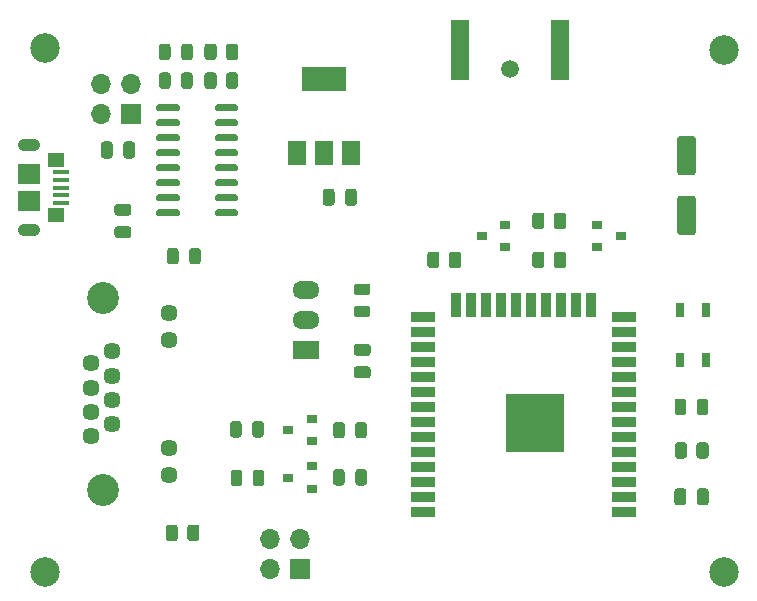
<source format=gts>
G04 #@! TF.GenerationSoftware,KiCad,Pcbnew,(5.1.9-0-10_14)*
G04 #@! TF.CreationDate,2021-06-28T14:28:25+02:00*
G04 #@! TF.ProjectId,ithowifi_4l,6974686f-7769-4666-995f-346c2e6b6963,rev?*
G04 #@! TF.SameCoordinates,Original*
G04 #@! TF.FileFunction,Soldermask,Top*
G04 #@! TF.FilePolarity,Negative*
%FSLAX46Y46*%
G04 Gerber Fmt 4.6, Leading zero omitted, Abs format (unit mm)*
G04 Created by KiCad (PCBNEW (5.1.9-0-10_14)) date 2021-06-28 14:28:25*
%MOMM*%
%LPD*%
G01*
G04 APERTURE LIST*
%ADD10C,1.500000*%
%ADD11O,1.700000X1.700000*%
%ADD12R,1.700000X1.700000*%
%ADD13R,1.450000X1.150000*%
%ADD14O,1.900000X1.050000*%
%ADD15R,1.900000X1.750000*%
%ADD16R,1.400000X0.400000*%
%ADD17C,2.500000*%
%ADD18R,1.500000X2.000000*%
%ADD19R,3.800000X2.000000*%
%ADD20O,2.300000X1.500000*%
%ADD21R,2.300000X1.500000*%
%ADD22R,0.900000X0.800000*%
%ADD23C,1.446000*%
%ADD24C,2.700000*%
%ADD25R,0.650000X1.200000*%
%ADD26R,2.000000X0.900000*%
%ADD27R,0.900000X2.000000*%
%ADD28R,5.000000X5.000000*%
%ADD29R,1.500000X5.080000*%
G04 APERTURE END LIST*
D10*
X94869000Y-111125000D03*
D11*
X60198000Y-112395000D03*
X62738000Y-112395000D03*
X60198000Y-114935000D03*
D12*
X62738000Y-114935000D03*
D13*
X56385000Y-118848000D03*
X56385000Y-123488000D03*
D14*
X54155000Y-124743000D03*
X54155000Y-117593000D03*
D15*
X54155000Y-120043000D03*
D16*
X56805000Y-121168000D03*
X56805000Y-121818000D03*
X56805000Y-122468000D03*
X56805000Y-119868000D03*
X56805000Y-120518000D03*
D15*
X54155000Y-122293000D03*
G36*
G01*
X80002000Y-121508500D02*
X80002000Y-122458500D01*
G75*
G02*
X79752000Y-122708500I-250000J0D01*
G01*
X79252000Y-122708500D01*
G75*
G02*
X79002000Y-122458500I0J250000D01*
G01*
X79002000Y-121508500D01*
G75*
G02*
X79252000Y-121258500I250000J0D01*
G01*
X79752000Y-121258500D01*
G75*
G02*
X80002000Y-121508500I0J-250000D01*
G01*
G37*
G36*
G01*
X81902000Y-121508500D02*
X81902000Y-122458500D01*
G75*
G02*
X81652000Y-122708500I-250000J0D01*
G01*
X81152000Y-122708500D01*
G75*
G02*
X80902000Y-122458500I0J250000D01*
G01*
X80902000Y-121508500D01*
G75*
G02*
X81152000Y-121258500I250000J0D01*
G01*
X81652000Y-121258500D01*
G75*
G02*
X81902000Y-121508500I0J-250000D01*
G01*
G37*
D17*
X55482000Y-153704000D03*
X113013000Y-153704000D03*
X113013000Y-109508000D03*
G36*
G01*
X98577500Y-124436002D02*
X98577500Y-123535998D01*
G75*
G02*
X98827498Y-123286000I249998J0D01*
G01*
X99352502Y-123286000D01*
G75*
G02*
X99602500Y-123535998I0J-249998D01*
G01*
X99602500Y-124436002D01*
G75*
G02*
X99352502Y-124686000I-249998J0D01*
G01*
X98827498Y-124686000D01*
G75*
G02*
X98577500Y-124436002I0J249998D01*
G01*
G37*
G36*
G01*
X96752500Y-124436002D02*
X96752500Y-123535998D01*
G75*
G02*
X97002498Y-123286000I249998J0D01*
G01*
X97527502Y-123286000D01*
G75*
G02*
X97777500Y-123535998I0J-249998D01*
G01*
X97777500Y-124436002D01*
G75*
G02*
X97527502Y-124686000I-249998J0D01*
G01*
X97002498Y-124686000D01*
G75*
G02*
X96752500Y-124436002I0J249998D01*
G01*
G37*
G36*
G01*
X70014500Y-109231998D02*
X70014500Y-110132002D01*
G75*
G02*
X69764502Y-110382000I-249998J0D01*
G01*
X69239498Y-110382000D01*
G75*
G02*
X68989500Y-110132002I0J249998D01*
G01*
X68989500Y-109231998D01*
G75*
G02*
X69239498Y-108982000I249998J0D01*
G01*
X69764502Y-108982000D01*
G75*
G02*
X70014500Y-109231998I0J-249998D01*
G01*
G37*
G36*
G01*
X71839500Y-109231998D02*
X71839500Y-110132002D01*
G75*
G02*
X71589502Y-110382000I-249998J0D01*
G01*
X71064498Y-110382000D01*
G75*
G02*
X70814500Y-110132002I0J249998D01*
G01*
X70814500Y-109231998D01*
G75*
G02*
X71064498Y-108982000I249998J0D01*
G01*
X71589502Y-108982000D01*
G75*
G02*
X71839500Y-109231998I0J-249998D01*
G01*
G37*
G36*
G01*
X70014500Y-111657998D02*
X70014500Y-112558002D01*
G75*
G02*
X69764502Y-112808000I-249998J0D01*
G01*
X69239498Y-112808000D01*
G75*
G02*
X68989500Y-112558002I0J249998D01*
G01*
X68989500Y-111657998D01*
G75*
G02*
X69239498Y-111408000I249998J0D01*
G01*
X69764502Y-111408000D01*
G75*
G02*
X70014500Y-111657998I0J-249998D01*
G01*
G37*
G36*
G01*
X71839500Y-111657998D02*
X71839500Y-112558002D01*
G75*
G02*
X71589502Y-112808000I-249998J0D01*
G01*
X71064498Y-112808000D01*
G75*
G02*
X70814500Y-112558002I0J249998D01*
G01*
X70814500Y-111657998D01*
G75*
G02*
X71064498Y-111408000I249998J0D01*
G01*
X71589502Y-111408000D01*
G75*
G02*
X71839500Y-111657998I0J-249998D01*
G01*
G37*
G36*
G01*
X66742500Y-149951998D02*
X66742500Y-150852002D01*
G75*
G02*
X66492502Y-151102000I-249998J0D01*
G01*
X65967498Y-151102000D01*
G75*
G02*
X65717500Y-150852002I0J249998D01*
G01*
X65717500Y-149951998D01*
G75*
G02*
X65967498Y-149702000I249998J0D01*
G01*
X66492502Y-149702000D01*
G75*
G02*
X66742500Y-149951998I0J-249998D01*
G01*
G37*
G36*
G01*
X68567500Y-149951998D02*
X68567500Y-150852002D01*
G75*
G02*
X68317502Y-151102000I-249998J0D01*
G01*
X67792498Y-151102000D01*
G75*
G02*
X67542500Y-150852002I0J249998D01*
G01*
X67542500Y-149951998D01*
G75*
G02*
X67792498Y-149702000I249998J0D01*
G01*
X68317502Y-149702000D01*
G75*
G02*
X68567500Y-149951998I0J-249998D01*
G01*
G37*
X55482000Y-109381000D03*
G36*
G01*
X61211000Y-117508000D02*
X61211000Y-118458000D01*
G75*
G02*
X60961000Y-118708000I-250000J0D01*
G01*
X60461000Y-118708000D01*
G75*
G02*
X60211000Y-118458000I0J250000D01*
G01*
X60211000Y-117508000D01*
G75*
G02*
X60461000Y-117258000I250000J0D01*
G01*
X60961000Y-117258000D01*
G75*
G02*
X61211000Y-117508000I0J-250000D01*
G01*
G37*
G36*
G01*
X63111000Y-117508000D02*
X63111000Y-118458000D01*
G75*
G02*
X62861000Y-118708000I-250000J0D01*
G01*
X62361000Y-118708000D01*
G75*
G02*
X62111000Y-118458000I0J250000D01*
G01*
X62111000Y-117508000D01*
G75*
G02*
X62361000Y-117258000I250000J0D01*
G01*
X62861000Y-117258000D01*
G75*
G02*
X63111000Y-117508000I0J-250000D01*
G01*
G37*
G36*
G01*
X62561000Y-123533500D02*
X61611000Y-123533500D01*
G75*
G02*
X61361000Y-123283500I0J250000D01*
G01*
X61361000Y-122783500D01*
G75*
G02*
X61611000Y-122533500I250000J0D01*
G01*
X62561000Y-122533500D01*
G75*
G02*
X62811000Y-122783500I0J-250000D01*
G01*
X62811000Y-123283500D01*
G75*
G02*
X62561000Y-123533500I-250000J0D01*
G01*
G37*
G36*
G01*
X62561000Y-125433500D02*
X61611000Y-125433500D01*
G75*
G02*
X61361000Y-125183500I0J250000D01*
G01*
X61361000Y-124683500D01*
G75*
G02*
X61611000Y-124433500I250000J0D01*
G01*
X62561000Y-124433500D01*
G75*
G02*
X62811000Y-124683500I0J-250000D01*
G01*
X62811000Y-125183500D01*
G75*
G02*
X62561000Y-125433500I-250000J0D01*
G01*
G37*
D18*
X76791500Y-118267500D03*
X81391500Y-118267500D03*
X79091500Y-118267500D03*
D19*
X79091500Y-111967500D03*
G36*
G01*
X69877000Y-114568000D02*
X69877000Y-114268000D01*
G75*
G02*
X70027000Y-114118000I150000J0D01*
G01*
X71677000Y-114118000D01*
G75*
G02*
X71827000Y-114268000I0J-150000D01*
G01*
X71827000Y-114568000D01*
G75*
G02*
X71677000Y-114718000I-150000J0D01*
G01*
X70027000Y-114718000D01*
G75*
G02*
X69877000Y-114568000I0J150000D01*
G01*
G37*
G36*
G01*
X69877000Y-115838000D02*
X69877000Y-115538000D01*
G75*
G02*
X70027000Y-115388000I150000J0D01*
G01*
X71677000Y-115388000D01*
G75*
G02*
X71827000Y-115538000I0J-150000D01*
G01*
X71827000Y-115838000D01*
G75*
G02*
X71677000Y-115988000I-150000J0D01*
G01*
X70027000Y-115988000D01*
G75*
G02*
X69877000Y-115838000I0J150000D01*
G01*
G37*
G36*
G01*
X69877000Y-117108000D02*
X69877000Y-116808000D01*
G75*
G02*
X70027000Y-116658000I150000J0D01*
G01*
X71677000Y-116658000D01*
G75*
G02*
X71827000Y-116808000I0J-150000D01*
G01*
X71827000Y-117108000D01*
G75*
G02*
X71677000Y-117258000I-150000J0D01*
G01*
X70027000Y-117258000D01*
G75*
G02*
X69877000Y-117108000I0J150000D01*
G01*
G37*
G36*
G01*
X69877000Y-118378000D02*
X69877000Y-118078000D01*
G75*
G02*
X70027000Y-117928000I150000J0D01*
G01*
X71677000Y-117928000D01*
G75*
G02*
X71827000Y-118078000I0J-150000D01*
G01*
X71827000Y-118378000D01*
G75*
G02*
X71677000Y-118528000I-150000J0D01*
G01*
X70027000Y-118528000D01*
G75*
G02*
X69877000Y-118378000I0J150000D01*
G01*
G37*
G36*
G01*
X69877000Y-119648000D02*
X69877000Y-119348000D01*
G75*
G02*
X70027000Y-119198000I150000J0D01*
G01*
X71677000Y-119198000D01*
G75*
G02*
X71827000Y-119348000I0J-150000D01*
G01*
X71827000Y-119648000D01*
G75*
G02*
X71677000Y-119798000I-150000J0D01*
G01*
X70027000Y-119798000D01*
G75*
G02*
X69877000Y-119648000I0J150000D01*
G01*
G37*
G36*
G01*
X69877000Y-120918000D02*
X69877000Y-120618000D01*
G75*
G02*
X70027000Y-120468000I150000J0D01*
G01*
X71677000Y-120468000D01*
G75*
G02*
X71827000Y-120618000I0J-150000D01*
G01*
X71827000Y-120918000D01*
G75*
G02*
X71677000Y-121068000I-150000J0D01*
G01*
X70027000Y-121068000D01*
G75*
G02*
X69877000Y-120918000I0J150000D01*
G01*
G37*
G36*
G01*
X69877000Y-122188000D02*
X69877000Y-121888000D01*
G75*
G02*
X70027000Y-121738000I150000J0D01*
G01*
X71677000Y-121738000D01*
G75*
G02*
X71827000Y-121888000I0J-150000D01*
G01*
X71827000Y-122188000D01*
G75*
G02*
X71677000Y-122338000I-150000J0D01*
G01*
X70027000Y-122338000D01*
G75*
G02*
X69877000Y-122188000I0J150000D01*
G01*
G37*
G36*
G01*
X69877000Y-123458000D02*
X69877000Y-123158000D01*
G75*
G02*
X70027000Y-123008000I150000J0D01*
G01*
X71677000Y-123008000D01*
G75*
G02*
X71827000Y-123158000I0J-150000D01*
G01*
X71827000Y-123458000D01*
G75*
G02*
X71677000Y-123608000I-150000J0D01*
G01*
X70027000Y-123608000D01*
G75*
G02*
X69877000Y-123458000I0J150000D01*
G01*
G37*
G36*
G01*
X64927000Y-123458000D02*
X64927000Y-123158000D01*
G75*
G02*
X65077000Y-123008000I150000J0D01*
G01*
X66727000Y-123008000D01*
G75*
G02*
X66877000Y-123158000I0J-150000D01*
G01*
X66877000Y-123458000D01*
G75*
G02*
X66727000Y-123608000I-150000J0D01*
G01*
X65077000Y-123608000D01*
G75*
G02*
X64927000Y-123458000I0J150000D01*
G01*
G37*
G36*
G01*
X64927000Y-122188000D02*
X64927000Y-121888000D01*
G75*
G02*
X65077000Y-121738000I150000J0D01*
G01*
X66727000Y-121738000D01*
G75*
G02*
X66877000Y-121888000I0J-150000D01*
G01*
X66877000Y-122188000D01*
G75*
G02*
X66727000Y-122338000I-150000J0D01*
G01*
X65077000Y-122338000D01*
G75*
G02*
X64927000Y-122188000I0J150000D01*
G01*
G37*
G36*
G01*
X64927000Y-120918000D02*
X64927000Y-120618000D01*
G75*
G02*
X65077000Y-120468000I150000J0D01*
G01*
X66727000Y-120468000D01*
G75*
G02*
X66877000Y-120618000I0J-150000D01*
G01*
X66877000Y-120918000D01*
G75*
G02*
X66727000Y-121068000I-150000J0D01*
G01*
X65077000Y-121068000D01*
G75*
G02*
X64927000Y-120918000I0J150000D01*
G01*
G37*
G36*
G01*
X64927000Y-119648000D02*
X64927000Y-119348000D01*
G75*
G02*
X65077000Y-119198000I150000J0D01*
G01*
X66727000Y-119198000D01*
G75*
G02*
X66877000Y-119348000I0J-150000D01*
G01*
X66877000Y-119648000D01*
G75*
G02*
X66727000Y-119798000I-150000J0D01*
G01*
X65077000Y-119798000D01*
G75*
G02*
X64927000Y-119648000I0J150000D01*
G01*
G37*
G36*
G01*
X64927000Y-118378000D02*
X64927000Y-118078000D01*
G75*
G02*
X65077000Y-117928000I150000J0D01*
G01*
X66727000Y-117928000D01*
G75*
G02*
X66877000Y-118078000I0J-150000D01*
G01*
X66877000Y-118378000D01*
G75*
G02*
X66727000Y-118528000I-150000J0D01*
G01*
X65077000Y-118528000D01*
G75*
G02*
X64927000Y-118378000I0J150000D01*
G01*
G37*
G36*
G01*
X64927000Y-117108000D02*
X64927000Y-116808000D01*
G75*
G02*
X65077000Y-116658000I150000J0D01*
G01*
X66727000Y-116658000D01*
G75*
G02*
X66877000Y-116808000I0J-150000D01*
G01*
X66877000Y-117108000D01*
G75*
G02*
X66727000Y-117258000I-150000J0D01*
G01*
X65077000Y-117258000D01*
G75*
G02*
X64927000Y-117108000I0J150000D01*
G01*
G37*
G36*
G01*
X64927000Y-115838000D02*
X64927000Y-115538000D01*
G75*
G02*
X65077000Y-115388000I150000J0D01*
G01*
X66727000Y-115388000D01*
G75*
G02*
X66877000Y-115538000I0J-150000D01*
G01*
X66877000Y-115838000D01*
G75*
G02*
X66727000Y-115988000I-150000J0D01*
G01*
X65077000Y-115988000D01*
G75*
G02*
X64927000Y-115838000I0J150000D01*
G01*
G37*
G36*
G01*
X64927000Y-114568000D02*
X64927000Y-114268000D01*
G75*
G02*
X65077000Y-114118000I150000J0D01*
G01*
X66727000Y-114118000D01*
G75*
G02*
X66877000Y-114268000I0J-150000D01*
G01*
X66877000Y-114568000D01*
G75*
G02*
X66727000Y-114718000I-150000J0D01*
G01*
X65077000Y-114718000D01*
G75*
G02*
X64927000Y-114568000I0J150000D01*
G01*
G37*
D20*
X77580000Y-129828000D03*
X77580000Y-132368000D03*
D21*
X77580000Y-134908000D03*
G36*
G01*
X88887500Y-126837998D02*
X88887500Y-127738002D01*
G75*
G02*
X88637502Y-127988000I-249998J0D01*
G01*
X88112498Y-127988000D01*
G75*
G02*
X87862500Y-127738002I0J249998D01*
G01*
X87862500Y-126837998D01*
G75*
G02*
X88112498Y-126588000I249998J0D01*
G01*
X88637502Y-126588000D01*
G75*
G02*
X88887500Y-126837998I0J-249998D01*
G01*
G37*
G36*
G01*
X90712500Y-126837998D02*
X90712500Y-127738002D01*
G75*
G02*
X90462502Y-127988000I-249998J0D01*
G01*
X89937498Y-127988000D01*
G75*
G02*
X89687500Y-127738002I0J249998D01*
G01*
X89687500Y-126837998D01*
G75*
G02*
X89937498Y-126588000I249998J0D01*
G01*
X90462502Y-126588000D01*
G75*
G02*
X90712500Y-126837998I0J-249998D01*
G01*
G37*
G36*
G01*
X109842500Y-142966998D02*
X109842500Y-143867002D01*
G75*
G02*
X109592502Y-144117000I-249998J0D01*
G01*
X109067498Y-144117000D01*
G75*
G02*
X108817500Y-143867002I0J249998D01*
G01*
X108817500Y-142966998D01*
G75*
G02*
X109067498Y-142717000I249998J0D01*
G01*
X109592502Y-142717000D01*
G75*
G02*
X109842500Y-142966998I0J-249998D01*
G01*
G37*
G36*
G01*
X111667500Y-142966998D02*
X111667500Y-143867002D01*
G75*
G02*
X111417502Y-144117000I-249998J0D01*
G01*
X110892498Y-144117000D01*
G75*
G02*
X110642500Y-143867002I0J249998D01*
G01*
X110642500Y-142966998D01*
G75*
G02*
X110892498Y-142717000I249998J0D01*
G01*
X111417502Y-142717000D01*
G75*
G02*
X111667500Y-142966998I0J-249998D01*
G01*
G37*
G36*
G01*
X97777500Y-126837998D02*
X97777500Y-127738002D01*
G75*
G02*
X97527502Y-127988000I-249998J0D01*
G01*
X97002498Y-127988000D01*
G75*
G02*
X96752500Y-127738002I0J249998D01*
G01*
X96752500Y-126837998D01*
G75*
G02*
X97002498Y-126588000I249998J0D01*
G01*
X97527502Y-126588000D01*
G75*
G02*
X97777500Y-126837998I0J-249998D01*
G01*
G37*
G36*
G01*
X99602500Y-126837998D02*
X99602500Y-127738002D01*
G75*
G02*
X99352502Y-127988000I-249998J0D01*
G01*
X98827498Y-127988000D01*
G75*
G02*
X98577500Y-127738002I0J249998D01*
G01*
X98577500Y-126837998D01*
G75*
G02*
X98827498Y-126588000I249998J0D01*
G01*
X99352502Y-126588000D01*
G75*
G02*
X99602500Y-126837998I0J-249998D01*
G01*
G37*
D22*
X92455000Y-125256000D03*
X94455000Y-124306000D03*
X94455000Y-126206000D03*
X104250000Y-125256000D03*
X102250000Y-126206000D03*
X102250000Y-124306000D03*
D23*
X59372500Y-142176500D03*
X61152500Y-141156500D03*
X59372500Y-140136500D03*
X61152500Y-139116500D03*
X59372500Y-138096500D03*
X61152500Y-137076500D03*
X59372500Y-136056500D03*
X61152500Y-135036500D03*
X65962500Y-145466500D03*
X65962500Y-143176500D03*
X65962500Y-134036500D03*
X65962500Y-131746500D03*
D24*
X60392500Y-130476500D03*
X60392500Y-146736500D03*
G36*
G01*
X109782000Y-146874000D02*
X109782000Y-147824000D01*
G75*
G02*
X109532000Y-148074000I-250000J0D01*
G01*
X109032000Y-148074000D01*
G75*
G02*
X108782000Y-147824000I0J250000D01*
G01*
X108782000Y-146874000D01*
G75*
G02*
X109032000Y-146624000I250000J0D01*
G01*
X109532000Y-146624000D01*
G75*
G02*
X109782000Y-146874000I0J-250000D01*
G01*
G37*
G36*
G01*
X111682000Y-146874000D02*
X111682000Y-147824000D01*
G75*
G02*
X111432000Y-148074000I-250000J0D01*
G01*
X110932000Y-148074000D01*
G75*
G02*
X110682000Y-147824000I0J250000D01*
G01*
X110682000Y-146874000D01*
G75*
G02*
X110932000Y-146624000I250000J0D01*
G01*
X111432000Y-146624000D01*
G75*
G02*
X111682000Y-146874000I0J-250000D01*
G01*
G37*
D25*
X109271000Y-135788000D03*
X109271000Y-131488000D03*
X111421000Y-135788000D03*
X111421000Y-131488000D03*
G36*
G01*
X81867500Y-136308000D02*
X82817500Y-136308000D01*
G75*
G02*
X83067500Y-136558000I0J-250000D01*
G01*
X83067500Y-137058000D01*
G75*
G02*
X82817500Y-137308000I-250000J0D01*
G01*
X81867500Y-137308000D01*
G75*
G02*
X81617500Y-137058000I0J250000D01*
G01*
X81617500Y-136558000D01*
G75*
G02*
X81867500Y-136308000I250000J0D01*
G01*
G37*
G36*
G01*
X81867500Y-134408000D02*
X82817500Y-134408000D01*
G75*
G02*
X83067500Y-134658000I0J-250000D01*
G01*
X83067500Y-135158000D01*
G75*
G02*
X82817500Y-135408000I-250000J0D01*
G01*
X81867500Y-135408000D01*
G75*
G02*
X81617500Y-135158000I0J250000D01*
G01*
X81617500Y-134658000D01*
G75*
G02*
X81867500Y-134408000I250000J0D01*
G01*
G37*
G36*
G01*
X110357000Y-120114000D02*
X109257000Y-120114000D01*
G75*
G02*
X109007000Y-119864000I0J250000D01*
G01*
X109007000Y-117039000D01*
G75*
G02*
X109257000Y-116789000I250000J0D01*
G01*
X110357000Y-116789000D01*
G75*
G02*
X110607000Y-117039000I0J-250000D01*
G01*
X110607000Y-119864000D01*
G75*
G02*
X110357000Y-120114000I-250000J0D01*
G01*
G37*
G36*
G01*
X110357000Y-125189000D02*
X109257000Y-125189000D01*
G75*
G02*
X109007000Y-124939000I0J250000D01*
G01*
X109007000Y-122114000D01*
G75*
G02*
X109257000Y-121864000I250000J0D01*
G01*
X110357000Y-121864000D01*
G75*
G02*
X110607000Y-122114000I0J-250000D01*
G01*
X110607000Y-124939000D01*
G75*
G02*
X110357000Y-125189000I-250000J0D01*
G01*
G37*
D11*
X74532000Y-150910000D03*
X77072000Y-150910000D03*
X74532000Y-153450000D03*
D12*
X77072000Y-153450000D03*
D26*
X87477600Y-148615400D03*
X87477600Y-147345400D03*
X87477600Y-146075400D03*
X87477600Y-144805400D03*
X87477600Y-143535400D03*
X87477600Y-142265400D03*
X87477600Y-140995400D03*
X87477600Y-139725400D03*
X87477600Y-138455400D03*
X87477600Y-137185400D03*
X87477600Y-135915400D03*
X87477600Y-134645400D03*
X87477600Y-133375400D03*
X87477600Y-132105400D03*
D27*
X90262600Y-131105400D03*
X91532600Y-131105400D03*
X92802600Y-131105400D03*
X94072600Y-131105400D03*
X95342600Y-131105400D03*
X96612600Y-131105400D03*
X97882600Y-131105400D03*
X99152600Y-131105400D03*
X100422600Y-131105400D03*
X101692600Y-131105400D03*
D26*
X104477600Y-132105400D03*
X104477600Y-133375400D03*
X104477600Y-134645400D03*
X104477600Y-135915400D03*
X104477600Y-137185400D03*
X104477600Y-138455400D03*
X104477600Y-139725400D03*
X104477600Y-140995400D03*
X104477600Y-142265400D03*
X104477600Y-143535400D03*
X104477600Y-144805400D03*
X104477600Y-146075400D03*
X104477600Y-147345400D03*
X104477600Y-148615400D03*
D28*
X96977600Y-141115400D03*
G36*
G01*
X109769000Y-139277750D02*
X109769000Y-140190250D01*
G75*
G02*
X109525250Y-140434000I-243750J0D01*
G01*
X109037750Y-140434000D01*
G75*
G02*
X108794000Y-140190250I0J243750D01*
G01*
X108794000Y-139277750D01*
G75*
G02*
X109037750Y-139034000I243750J0D01*
G01*
X109525250Y-139034000D01*
G75*
G02*
X109769000Y-139277750I0J-243750D01*
G01*
G37*
G36*
G01*
X111644000Y-139277750D02*
X111644000Y-140190250D01*
G75*
G02*
X111400250Y-140434000I-243750J0D01*
G01*
X110912750Y-140434000D01*
G75*
G02*
X110669000Y-140190250I0J243750D01*
G01*
X110669000Y-139277750D01*
G75*
G02*
X110912750Y-139034000I243750J0D01*
G01*
X111400250Y-139034000D01*
G75*
G02*
X111644000Y-139277750I0J-243750D01*
G01*
G37*
G36*
G01*
X67014500Y-112564250D02*
X67014500Y-111651750D01*
G75*
G02*
X67258250Y-111408000I243750J0D01*
G01*
X67745750Y-111408000D01*
G75*
G02*
X67989500Y-111651750I0J-243750D01*
G01*
X67989500Y-112564250D01*
G75*
G02*
X67745750Y-112808000I-243750J0D01*
G01*
X67258250Y-112808000D01*
G75*
G02*
X67014500Y-112564250I0J243750D01*
G01*
G37*
G36*
G01*
X65139500Y-112564250D02*
X65139500Y-111651750D01*
G75*
G02*
X65383250Y-111408000I243750J0D01*
G01*
X65870750Y-111408000D01*
G75*
G02*
X66114500Y-111651750I0J-243750D01*
G01*
X66114500Y-112564250D01*
G75*
G02*
X65870750Y-112808000I-243750J0D01*
G01*
X65383250Y-112808000D01*
G75*
G02*
X65139500Y-112564250I0J243750D01*
G01*
G37*
G36*
G01*
X81886250Y-131167000D02*
X82798750Y-131167000D01*
G75*
G02*
X83042500Y-131410750I0J-243750D01*
G01*
X83042500Y-131898250D01*
G75*
G02*
X82798750Y-132142000I-243750J0D01*
G01*
X81886250Y-132142000D01*
G75*
G02*
X81642500Y-131898250I0J243750D01*
G01*
X81642500Y-131410750D01*
G75*
G02*
X81886250Y-131167000I243750J0D01*
G01*
G37*
G36*
G01*
X81886250Y-129292000D02*
X82798750Y-129292000D01*
G75*
G02*
X83042500Y-129535750I0J-243750D01*
G01*
X83042500Y-130023250D01*
G75*
G02*
X82798750Y-130267000I-243750J0D01*
G01*
X81886250Y-130267000D01*
G75*
G02*
X81642500Y-130023250I0J243750D01*
G01*
X81642500Y-129535750D01*
G75*
G02*
X81886250Y-129292000I243750J0D01*
G01*
G37*
D29*
X90631400Y-109548400D03*
X99131400Y-109548400D03*
G36*
G01*
X67014500Y-110138250D02*
X67014500Y-109225750D01*
G75*
G02*
X67258250Y-108982000I243750J0D01*
G01*
X67745750Y-108982000D01*
G75*
G02*
X67989500Y-109225750I0J-243750D01*
G01*
X67989500Y-110138250D01*
G75*
G02*
X67745750Y-110382000I-243750J0D01*
G01*
X67258250Y-110382000D01*
G75*
G02*
X67014500Y-110138250I0J243750D01*
G01*
G37*
G36*
G01*
X65139500Y-110138250D02*
X65139500Y-109225750D01*
G75*
G02*
X65383250Y-108982000I243750J0D01*
G01*
X65870750Y-108982000D01*
G75*
G02*
X66114500Y-109225750I0J-243750D01*
G01*
X66114500Y-110138250D01*
G75*
G02*
X65870750Y-110382000I-243750J0D01*
G01*
X65383250Y-110382000D01*
G75*
G02*
X65139500Y-110138250I0J243750D01*
G01*
G37*
G36*
G01*
X66794500Y-126514250D02*
X66794500Y-127426750D01*
G75*
G02*
X66550750Y-127670500I-243750J0D01*
G01*
X66063250Y-127670500D01*
G75*
G02*
X65819500Y-127426750I0J243750D01*
G01*
X65819500Y-126514250D01*
G75*
G02*
X66063250Y-126270500I243750J0D01*
G01*
X66550750Y-126270500D01*
G75*
G02*
X66794500Y-126514250I0J-243750D01*
G01*
G37*
G36*
G01*
X68669500Y-126514250D02*
X68669500Y-127426750D01*
G75*
G02*
X68425750Y-127670500I-243750J0D01*
G01*
X67938250Y-127670500D01*
G75*
G02*
X67694500Y-127426750I0J243750D01*
G01*
X67694500Y-126514250D01*
G75*
G02*
X67938250Y-126270500I243750J0D01*
G01*
X68425750Y-126270500D01*
G75*
G02*
X68669500Y-126514250I0J-243750D01*
G01*
G37*
G36*
G01*
X72128500Y-141170250D02*
X72128500Y-142082750D01*
G75*
G02*
X71884750Y-142326500I-243750J0D01*
G01*
X71397250Y-142326500D01*
G75*
G02*
X71153500Y-142082750I0J243750D01*
G01*
X71153500Y-141170250D01*
G75*
G02*
X71397250Y-140926500I243750J0D01*
G01*
X71884750Y-140926500D01*
G75*
G02*
X72128500Y-141170250I0J-243750D01*
G01*
G37*
G36*
G01*
X74003500Y-141170250D02*
X74003500Y-142082750D01*
G75*
G02*
X73759750Y-142326500I-243750J0D01*
G01*
X73272250Y-142326500D01*
G75*
G02*
X73028500Y-142082750I0J243750D01*
G01*
X73028500Y-141170250D01*
G75*
G02*
X73272250Y-140926500I243750J0D01*
G01*
X73759750Y-140926500D01*
G75*
G02*
X74003500Y-141170250I0J-243750D01*
G01*
G37*
G36*
G01*
X72181000Y-145298750D02*
X72181000Y-146211250D01*
G75*
G02*
X71937250Y-146455000I-243750J0D01*
G01*
X71449750Y-146455000D01*
G75*
G02*
X71206000Y-146211250I0J243750D01*
G01*
X71206000Y-145298750D01*
G75*
G02*
X71449750Y-145055000I243750J0D01*
G01*
X71937250Y-145055000D01*
G75*
G02*
X72181000Y-145298750I0J-243750D01*
G01*
G37*
G36*
G01*
X74056000Y-145298750D02*
X74056000Y-146211250D01*
G75*
G02*
X73812250Y-146455000I-243750J0D01*
G01*
X73324750Y-146455000D01*
G75*
G02*
X73081000Y-146211250I0J243750D01*
G01*
X73081000Y-145298750D01*
G75*
G02*
X73324750Y-145055000I243750J0D01*
G01*
X73812250Y-145055000D01*
G75*
G02*
X74056000Y-145298750I0J-243750D01*
G01*
G37*
G36*
G01*
X81761500Y-142158750D02*
X81761500Y-141246250D01*
G75*
G02*
X82005250Y-141002500I243750J0D01*
G01*
X82492750Y-141002500D01*
G75*
G02*
X82736500Y-141246250I0J-243750D01*
G01*
X82736500Y-142158750D01*
G75*
G02*
X82492750Y-142402500I-243750J0D01*
G01*
X82005250Y-142402500D01*
G75*
G02*
X81761500Y-142158750I0J243750D01*
G01*
G37*
G36*
G01*
X79886500Y-142158750D02*
X79886500Y-141246250D01*
G75*
G02*
X80130250Y-141002500I243750J0D01*
G01*
X80617750Y-141002500D01*
G75*
G02*
X80861500Y-141246250I0J-243750D01*
G01*
X80861500Y-142158750D01*
G75*
G02*
X80617750Y-142402500I-243750J0D01*
G01*
X80130250Y-142402500D01*
G75*
G02*
X79886500Y-142158750I0J243750D01*
G01*
G37*
G36*
G01*
X81761500Y-146159250D02*
X81761500Y-145246750D01*
G75*
G02*
X82005250Y-145003000I243750J0D01*
G01*
X82492750Y-145003000D01*
G75*
G02*
X82736500Y-145246750I0J-243750D01*
G01*
X82736500Y-146159250D01*
G75*
G02*
X82492750Y-146403000I-243750J0D01*
G01*
X82005250Y-146403000D01*
G75*
G02*
X81761500Y-146159250I0J243750D01*
G01*
G37*
G36*
G01*
X79886500Y-146159250D02*
X79886500Y-145246750D01*
G75*
G02*
X80130250Y-145003000I243750J0D01*
G01*
X80617750Y-145003000D01*
G75*
G02*
X80861500Y-145246750I0J-243750D01*
G01*
X80861500Y-146159250D01*
G75*
G02*
X80617750Y-146403000I-243750J0D01*
G01*
X80130250Y-146403000D01*
G75*
G02*
X79886500Y-146159250I0J243750D01*
G01*
G37*
D22*
X76061000Y-141667100D03*
X78061000Y-140717100D03*
X78061000Y-142617100D03*
X76061000Y-145729600D03*
X78061000Y-144779600D03*
X78061000Y-146679600D03*
M02*

</source>
